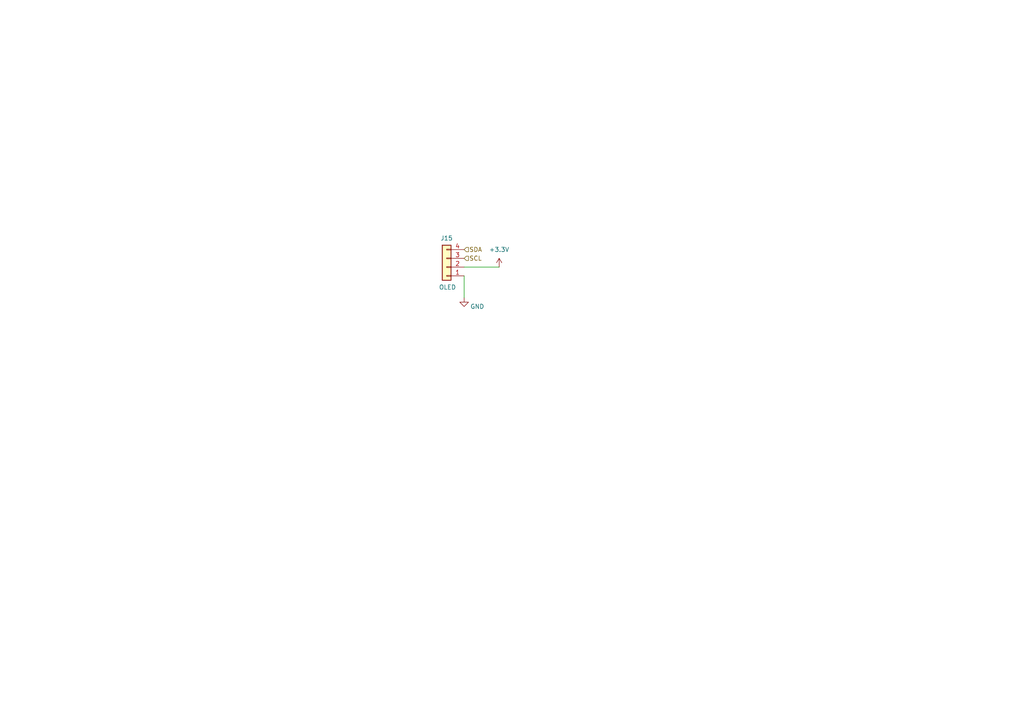
<source format=kicad_sch>
(kicad_sch (version 20250114) (generator "eeschema") (generator_version "9.0")
  (paper "A4")
  (lib_symbols
    (symbol "Connector_Generic:Conn_01x04" (pin_names (offset 1.016) (hide yes))
      (property "Reference" "J" (at 0 5.08 0))
      (property "Value" "Conn_01x04" (at 0 -7.62 0))
      (symbol "Conn_01x04_1_1"
        (rectangle (start -1.27 3.81) (end 1.27 -6.35) (stroke (width 0.254)) (fill (type background)))
        (rectangle (start -1.27 2.667) (end 0 2.413) (stroke (width 0.1524)))
        (rectangle (start -1.27 0.127) (end 0 -0.127) (stroke (width 0.1524)))
        (rectangle (start -1.27 -2.413) (end 0 -2.667) (stroke (width 0.1524)))
        (rectangle (start -1.27 -4.953) (end 0 -5.207) (stroke (width 0.1524)))
        (pin passive line (at -5.08 2.54 0) (length 3.81) (name "Pin_1") (number "1"))
        (pin passive line (at -5.08 0 0) (length 3.81) (name "Pin_2") (number "2"))
        (pin passive line (at -5.08 -2.54 0) (length 3.81) (name "Pin_3") (number "3"))
        (pin passive line (at -5.08 -5.08 0) (length 3.81) (name "Pin_4") (number "4"))
      )
    )
    (symbol "power:+3.3V" (power) (pin_names (offset 0))
      (property "Value" "+3.3V" (at 0 3.556 0))
      (symbol "+3.3V_0_1"
        (polyline (pts (xy -0.762 1.27) (xy 0 2.54)))
        (polyline (pts (xy 0 2.54) (xy 0.762 1.27)))
        (polyline (pts (xy 0 0) (xy 0 2.54)))
      )
      (symbol "+3.3V_1_1"
        (pin power_in line (at 0 0 90) (length 0) (hide yes) (name "+3.3V") (number "1"))
      )
    )
    (symbol "power:GND" (power) (pin_names (offset 0))
      (property "Value" "GND" (at 0 -3.81 0))
      (symbol "GND_0_1"
        (polyline (pts (xy 0 0) (xy 0 -1.27) (xy 1.27 -1.27) (xy 0 -2.54) (xy -1.27 -1.27) (xy 0 -1.27)))
      )
      (symbol "GND_1_1"
        (pin power_in line (at 0 0 270) (length 0) (hide yes) (name "GND") (number "1"))
      )
    )
  )
  (wire (pts (xy 134.62 80.01) (xy 134.62 86.36)))
  (wire (pts (xy 134.62 77.47) (xy 144.78 77.47)))
  (hierarchical_label "SDA" (shape input) (at 134.62 72.39 0))
  (hierarchical_label "SCL" (shape input) (at 134.62 74.93 0))
  (symbol (lib_id "power:GND") (at 134.62 86.36 0) (unit 1)
    (property "Reference" "#PWR0142" (effects (hide yes)))
    (property "Value" "GND" (at 138.43 88.9 0))
  )
  (symbol (lib_id "Connector_Generic:Conn_01x04") (at 129.54 77.47 180) (unit 1)
    (property "Reference" "J15" (at 129.54 69.088 0))
    (property "Value" "OLED" (at 129.794 83.312 0))
    (property "Footprint" "Connector_PinSocket_2.54mm:PinSocket_1x04_P2.54mm_Vertical" (effects (hide yes)))
    (property "Datasheet" "https://www.robotshop.com/products/adeept-096in-oled-module-128x64-ssd1306-i2c-serial-self-luminous-display-4x?srsltid=AfmBOopotbcFOdiYSAv3nbip_y2fRyMvjxpTrSpnZLL8r5jh1ATbT-r4" (effects (hide yes)))
    (property "Description" "Generic connector, single row, 01x04, script generated (kicad-library-utils/schlib/autogen/connector/)" (effects (hide yes)))
  )
  (symbol (lib_id "power:+3.3V") (at 144.78 77.47 0) (mirror y) (unit 1)
    (property "Reference" "#PWR0141" (effects (hide yes)))
    (property "Value" "+3.3V" (at 144.78 72.39 0))
  )
)
</source>
